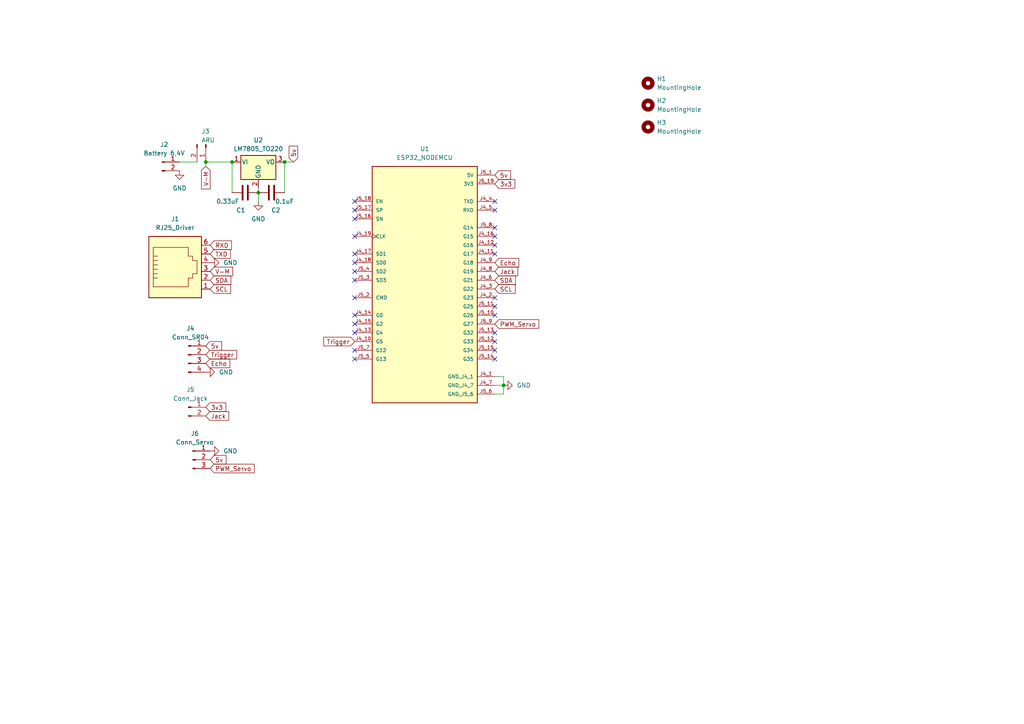
<source format=kicad_sch>
(kicad_sch (version 20230121) (generator eeschema)
  (paper "A4")
  (lib_symbols
    (symbol "Connector:Conn_01x02_Pin" (pin_names (offset 1.016) hide)
      (property "Reference" "J" (at 0 2.54 0))
      (property "Value" "Conn_01x02_Pin" (at 0 -5.08 0))
      (symbol "Conn_01x02_Pin_1_1"
        (polyline (pts (xy 1.27 -2.54) (xy 0.8636 -2.54)) (stroke (width 0.1524)))
        (polyline (pts (xy 1.27 0) (xy 0.8636 0)) (stroke (width 0.1524)))
        (rectangle (start 0.8636 -2.413) (end 0 -2.667) (stroke (width 0.1524)) (fill (type outline)))
        (rectangle (start 0.8636 0.127) (end 0 -0.127) (stroke (width 0.1524)) (fill (type outline)))
        (pin passive line (at 5.08 0 180) (length 3.81) (name "Pin_1") (number "1"))
        (pin passive line (at 5.08 -2.54 180) (length 3.81) (name "Pin_2") (number "2"))
      )
    )
    (symbol "Connector:Conn_01x03_Pin" (pin_names (offset 1.016) hide)
      (property "Reference" "J" (at 0 5.08 0))
      (property "Value" "Conn_01x03_Pin" (at 0 -5.08 0))
      (symbol "Conn_01x03_Pin_1_1"
        (polyline (pts (xy 1.27 -2.54) (xy 0.8636 -2.54)) (stroke (width 0.1524)))
        (polyline (pts (xy 1.27 0) (xy 0.8636 0)) (stroke (width 0.1524)))
        (polyline (pts (xy 1.27 2.54) (xy 0.8636 2.54)) (stroke (width 0.1524)))
        (rectangle (start 0.8636 -2.413) (end 0 -2.667) (stroke (width 0.1524)) (fill (type outline)))
        (rectangle (start 0.8636 0.127) (end 0 -0.127) (stroke (width 0.1524)) (fill (type outline)))
        (rectangle (start 0.8636 2.667) (end 0 2.413) (stroke (width 0.1524)) (fill (type outline)))
        (pin passive line (at 5.08 2.54 180) (length 3.81) (name "Pin_1") (number "1"))
        (pin passive line (at 5.08 0 180) (length 3.81) (name "Pin_2") (number "2"))
        (pin passive line (at 5.08 -2.54 180) (length 3.81) (name "Pin_3") (number "3"))
      )
    )
    (symbol "Connector:Conn_01x04_Pin" (pin_names (offset 1.016) hide)
      (property "Reference" "J" (at 0 5.08 0))
      (property "Value" "Conn_01x04_Pin" (at 0 -7.62 0))
      (symbol "Conn_01x04_Pin_1_1"
        (polyline (pts (xy 1.27 -5.08) (xy 0.8636 -5.08)) (stroke (width 0.1524)))
        (polyline (pts (xy 1.27 -2.54) (xy 0.8636 -2.54)) (stroke (width 0.1524)))
        (polyline (pts (xy 1.27 0) (xy 0.8636 0)) (stroke (width 0.1524)))
        (polyline (pts (xy 1.27 2.54) (xy 0.8636 2.54)) (stroke (width 0.1524)))
        (rectangle (start 0.8636 -4.953) (end 0 -5.207) (stroke (width 0.1524)) (fill (type outline)))
        (rectangle (start 0.8636 -2.413) (end 0 -2.667) (stroke (width 0.1524)) (fill (type outline)))
        (rectangle (start 0.8636 0.127) (end 0 -0.127) (stroke (width 0.1524)) (fill (type outline)))
        (rectangle (start 0.8636 2.667) (end 0 2.413) (stroke (width 0.1524)) (fill (type outline)))
        (pin passive line (at 5.08 2.54 180) (length 3.81) (name "Pin_1") (number "1"))
        (pin passive line (at 5.08 0 180) (length 3.81) (name "Pin_2") (number "2"))
        (pin passive line (at 5.08 -2.54 180) (length 3.81) (name "Pin_3") (number "3"))
        (pin passive line (at 5.08 -5.08 180) (length 3.81) (name "Pin_4") (number "4"))
      )
    )
    (symbol "Connector:RJ25" (pin_names (offset 1.016))
      (property "Reference" "J" (at -5.08 11.43 0))
      (property "Value" "RJ25" (at 2.54 11.43 0))
      (symbol "RJ25_0_1"
        (polyline (pts (xy -6.35 -1.905) (xy -5.08 -1.905) (xy -5.08 -1.905)))
        (polyline (pts (xy -6.35 -0.635) (xy -5.08 -0.635) (xy -5.08 -0.635)))
        (polyline (pts (xy -6.35 0.635) (xy -5.08 0.635) (xy -5.08 0.635)))
        (polyline (pts (xy -6.35 1.905) (xy -5.08 1.905) (xy -5.08 1.905)))
        (polyline (pts (xy -6.35 3.175) (xy -5.08 3.175) (xy -5.08 3.175)))
        (polyline (pts (xy -5.08 4.445) (xy -6.35 4.445) (xy -6.35 4.445)))
        (polyline (pts (xy -6.35 -4.445) (xy -6.35 6.985) (xy 3.81 6.985) (xy 3.81 4.445) (xy 5.08 4.445) (xy 5.08 3.175) (xy 6.35 3.175) (xy 6.35 -0.635) (xy 5.08 -0.635) (xy 5.08 -1.905) (xy 3.81 -1.905) (xy 3.81 -4.445) (xy -6.35 -4.445) (xy -6.35 -4.445)))
        (rectangle (start 7.62 10.16) (end -7.62 -7.62) (stroke (width 0.254)) (fill (type background)))
      )
      (symbol "RJ25_1_1"
        (pin passive line (at 10.16 -5.08 180) (length 2.54) (name "~") (number "1"))
        (pin passive line (at 10.16 -2.54 180) (length 2.54) (name "~") (number "2"))
        (pin passive line (at 10.16 0 180) (length 2.54) (name "~") (number "3"))
        (pin passive line (at 10.16 2.54 180) (length 2.54) (name "~") (number "4"))
        (pin passive line (at 10.16 5.08 180) (length 2.54) (name "~") (number "5"))
        (pin passive line (at 10.16 7.62 180) (length 2.54) (name "~") (number "6"))
      )
    )
    (symbol "Device:C" (pin_numbers hide) (pin_names (offset 0.254))
      (property "Reference" "C" (at 0.635 2.54 0))
      (property "Value" "C" (at 0.635 -2.54 0))
      (symbol "C_0_1"
        (polyline (pts (xy -2.032 -0.762) (xy 2.032 -0.762)) (stroke (width 0.508)))
        (polyline (pts (xy -2.032 0.762) (xy 2.032 0.762)) (stroke (width 0.508)))
      )
      (symbol "C_1_1"
        (pin passive line (at 0 3.81 270) (length 2.794) (name "~") (number "1"))
        (pin passive line (at 0 -3.81 90) (length 2.794) (name "~") (number "2"))
      )
    )
    (symbol "Mechanical:MountingHole" (pin_names (offset 1.016))
      (property "Reference" "H" (at 0 5.08 0))
      (property "Value" "MountingHole" (at 0 3.175 0))
      (symbol "MountingHole_0_1"
        (circle (center 0 0) (radius 1.27) (stroke (width 1.27)))
      )
    )
    (symbol "Regulator_Linear:LM7805_TO220" (pin_names (offset 0.254))
      (property "Reference" "U" (at -3.81 3.175 0))
      (property "Value" "LM7805_TO220" (at 0 3.175 0))
      (symbol "LM7805_TO220_0_1"
        (rectangle (start -5.08 1.905) (end 5.08 -5.08) (stroke (width 0.254)) (fill (type background)))
      )
      (symbol "LM7805_TO220_1_1"
        (pin power_in line (at -7.62 0 0) (length 2.54) (name "VI") (number "1"))
        (pin power_in line (at 0 -7.62 90) (length 2.54) (name "GND") (number "2"))
        (pin power_out line (at 7.62 0 180) (length 2.54) (name "VO") (number "3"))
      )
    )
    (symbol "Symboles carte pami:ESP32_NODEMCU" (pin_names (offset 1.016))
      (property "Reference" "U" (at -15.24 36.322 0))
      (property "Value" "ESP32_NODEMCU" (at -15.24 -35.56 0))
      (symbol "ESP32_NODEMCU_0_0"
        (rectangle (start -15.24 -33.02) (end 15.24 35.56) (stroke (width 0.254)) (fill (type background)))
        (pin power_in line (at 20.32 -25.4 180) (length 5.08) (name "GND_J4_1") (number "J4_1"))
        (pin bidirectional line (at -20.32 -15.24 0) (length 5.08) (name "G5") (number "J4_10"))
        (pin bidirectional line (at 20.32 10.16 180) (length 5.08) (name "G17") (number "J4_11"))
        (pin bidirectional line (at 20.32 12.7 180) (length 5.08) (name "G16") (number "J4_12"))
        (pin bidirectional line (at -20.32 -12.7 0) (length 5.08) (name "G4") (number "J4_13"))
        (pin bidirectional line (at -20.32 -7.62 0) (length 5.08) (name "G0") (number "J4_14"))
        (pin bidirectional line (at -20.32 -10.16 0) (length 5.08) (name "G2") (number "J4_15"))
        (pin bidirectional line (at 20.32 15.24 180) (length 5.08) (name "G15") (number "J4_16"))
        (pin bidirectional line (at -20.32 10.16 0) (length 5.08) (name "SD1") (number "J4_17"))
        (pin bidirectional line (at -20.32 7.62 0) (length 5.08) (name "SD0") (number "J4_18"))
        (pin input clock (at -20.32 15.24 0) (length 5.08) (name "CLK") (number "J4_19"))
        (pin bidirectional line (at 20.32 -2.54 180) (length 5.08) (name "G23") (number "J4_2"))
        (pin bidirectional line (at 20.32 0 180) (length 5.08) (name "G22") (number "J4_3"))
        (pin output line (at 20.32 25.4 180) (length 5.08) (name "TXD") (number "J4_4"))
        (pin input line (at 20.32 22.86 180) (length 5.08) (name "RXD") (number "J4_5"))
        (pin bidirectional line (at 20.32 2.54 180) (length 5.08) (name "G21") (number "J4_6"))
        (pin power_in line (at 20.32 -27.94 180) (length 5.08) (name "GND_J4_7") (number "J4_7"))
        (pin bidirectional line (at 20.32 5.08 180) (length 5.08) (name "G19") (number "J4_8"))
        (pin bidirectional line (at 20.32 7.62 180) (length 5.08) (name "G18") (number "J4_9"))
        (pin power_in line (at 20.32 33.02 180) (length 5.08) (name "5V") (number "J5_1"))
        (pin bidirectional line (at 20.32 -7.62 180) (length 5.08) (name "G26") (number "J5_10"))
        (pin bidirectional line (at 20.32 -5.08 180) (length 5.08) (name "G25") (number "J5_11"))
        (pin bidirectional line (at 20.32 -15.24 180) (length 5.08) (name "G33") (number "J5_12"))
        (pin bidirectional line (at 20.32 -12.7 180) (length 5.08) (name "G32") (number "J5_13"))
        (pin bidirectional line (at 20.32 -20.32 180) (length 5.08) (name "G35") (number "J5_14"))
        (pin bidirectional line (at 20.32 -17.78 180) (length 5.08) (name "G34") (number "J5_15"))
        (pin input line (at -20.32 20.32 0) (length 5.08) (name "SN") (number "J5_16"))
        (pin input line (at -20.32 22.86 0) (length 5.08) (name "SP") (number "J5_17"))
        (pin input line (at -20.32 25.4 0) (length 5.08) (name "EN") (number "J5_18"))
        (pin power_in line (at 20.32 30.48 180) (length 5.08) (name "3V3") (number "J5_19"))
        (pin bidirectional line (at -20.32 -2.54 0) (length 5.08) (name "CMD") (number "J5_2"))
        (pin bidirectional line (at -20.32 2.54 0) (length 5.08) (name "SD3") (number "J5_3"))
        (pin bidirectional line (at -20.32 5.08 0) (length 5.08) (name "SD2") (number "J5_4"))
        (pin bidirectional line (at -20.32 -20.32 0) (length 5.08) (name "G13") (number "J5_5"))
        (pin power_in line (at 20.32 -30.48 180) (length 5.08) (name "GND_J5_6") (number "J5_6"))
        (pin bidirectional line (at -20.32 -17.78 0) (length 5.08) (name "G12") (number "J5_7"))
        (pin bidirectional line (at 20.32 17.78 180) (length 5.08) (name "G14") (number "J5_8"))
        (pin bidirectional line (at 20.32 -10.16 180) (length 5.08) (name "G27") (number "J5_9"))
      )
    )
    (symbol "power:GND" (power) (pin_names (offset 0))
      (property "Value" "GND" (at 0 -3.81 0))
      (symbol "GND_0_1"
        (polyline (pts (xy 0 0) (xy 0 -1.27) (xy 1.27 -1.27) (xy 0 -2.54) (xy -1.27 -1.27) (xy 0 -1.27)))
      )
      (symbol "GND_1_1"
        (pin power_in line (at 0 0 270) (length 0) hide (name "GND") (number "1"))
      )
    )
  )
  (junction (at 146.05 111.76))
  (junction (at 82.55 46.99))
  (junction (at 67.31 46.99))
  (junction (at 74.93 55.88))
  (junction (at 59.69 46.99))
  (no_connect (at 143.51 58.42))
  (no_connect (at 143.51 88.9))
  (no_connect (at 102.87 73.66))
  (no_connect (at 102.87 63.5))
  (no_connect (at 143.51 68.58))
  (no_connect (at 102.87 96.52))
  (no_connect (at 102.87 76.2))
  (no_connect (at 143.51 91.44))
  (no_connect (at 143.51 101.6))
  (no_connect (at 102.87 86.36))
  (no_connect (at 143.51 73.66))
  (no_connect (at 102.87 68.58))
  (no_connect (at 143.51 99.06))
  (no_connect (at 102.87 58.42))
  (no_connect (at 143.51 104.14))
  (no_connect (at 143.51 66.04))
  (no_connect (at 102.87 101.6))
  (no_connect (at 143.51 60.96))
  (no_connect (at 143.51 71.12))
  (no_connect (at 143.51 86.36))
  (no_connect (at 102.87 60.96))
  (no_connect (at 143.51 96.52))
  (no_connect (at 102.87 78.74))
  (no_connect (at 102.87 93.98))
  (no_connect (at 102.87 104.14))
  (no_connect (at 102.87 91.44))
  (no_connect (at 102.87 81.28))
  (wire (pts (xy 52.07 46.99) (xy 57.15 46.99)))
  (wire (pts (xy 82.55 46.99) (xy 82.55 55.88)))
  (wire (pts (xy 146.05 114.3) (xy 146.05 111.76)))
  (wire (pts (xy 59.69 46.99) (xy 67.31 46.99)))
  (wire (pts (xy 59.69 48.26) (xy 59.69 46.99)))
  (wire (pts (xy 74.93 54.61) (xy 74.93 55.88)))
  (wire (pts (xy 143.51 111.76) (xy 146.05 111.76)))
  (wire (pts (xy 82.55 46.99) (xy 85.09 46.99)))
  (wire (pts (xy 143.51 114.3) (xy 146.05 114.3)))
  (wire (pts (xy 146.05 109.22) (xy 146.05 111.76)))
  (wire (pts (xy 74.93 55.88) (xy 74.93 58.42)))
  (wire (pts (xy 67.31 46.99) (xy 67.31 55.88)))
  (wire (pts (xy 143.51 109.22) (xy 146.05 109.22)))
  (global_label "V-M" (shape input) (at 60.96 78.74 0) (property "Intersheetrefs" "${INTERSHEET_REFS}" (effects hide)))
  (global_label "Echo" (shape input) (at 143.51 76.2 0) (property "Intersheetrefs" "${INTERSHEET_REFS}" (effects hide)))
  (global_label "Jack" (shape input) (at 59.69 120.65 0) (property "Intersheetrefs" "${INTERSHEET_REFS}" (effects hide)))
  (global_label "SCL" (shape input) (at 143.51 83.82 0) (property "Intersheetrefs" "${INTERSHEET_REFS}" (effects hide)))
  (global_label "Jack" (shape input) (at 143.51 78.74 0) (property "Intersheetrefs" "${INTERSHEET_REFS}" (effects hide)))
  (global_label "TXD" (shape input) (at 60.96 73.66 0) (property "Intersheetrefs" "${INTERSHEET_REFS}" (effects hide)))
  (global_label "5v" (shape input) (at 60.96 133.35 0) (property "Intersheetrefs" "${INTERSHEET_REFS}" (effects hide)))
  (global_label "V-M" (shape input) (at 59.69 48.26 270) (property "Intersheetrefs" "${INTERSHEET_REFS}" (effects hide)))
  (global_label "Trigger" (shape input) (at 59.69 102.87 0) (property "Intersheetrefs" "${INTERSHEET_REFS}" (effects hide)))
  (global_label "3v3" (shape input) (at 143.51 53.34 0) (property "Intersheetrefs" "${INTERSHEET_REFS}" (effects hide)))
  (global_label "5v" (shape input) (at 59.69 100.33 0) (property "Intersheetrefs" "${INTERSHEET_REFS}" (effects hide)))
  (global_label "3v3" (shape input) (at 59.69 118.11 0) (property "Intersheetrefs" "${INTERSHEET_REFS}" (effects hide)))
  (global_label "SCL" (shape input) (at 60.96 83.82 0) (property "Intersheetrefs" "${INTERSHEET_REFS}" (effects hide)))
  (global_label "SDA" (shape input) (at 143.51 81.28 0) (property "Intersheetrefs" "${INTERSHEET_REFS}" (effects hide)))
  (global_label "5v" (shape input) (at 143.51 50.8 0) (property "Intersheetrefs" "${INTERSHEET_REFS}" (effects hide)))
  (global_label "PWM_Servo" (shape input) (at 60.96 135.89 0) (property "Intersheetrefs" "${INTERSHEET_REFS}" (effects hide)))
  (global_label "PWM_Servo" (shape input) (at 143.51 93.98 0) (property "Intersheetrefs" "${INTERSHEET_REFS}" (effects hide)))
  (global_label "5v" (shape input) (at 85.09 46.99 90) (property "Intersheetrefs" "${INTERSHEET_REFS}" (effects hide)))
  (global_label "Echo" (shape input) (at 59.69 105.41 0) (property "Intersheetrefs" "${INTERSHEET_REFS}" (effects hide)))
  (global_label "Trigger" (shape input) (at 102.87 99.06 180) (property "Intersheetrefs" "${INTERSHEET_REFS}" (effects hide)))
  (global_label "RXD" (shape input) (at 60.96 71.12 0) (property "Intersheetrefs" "${INTERSHEET_REFS}" (effects hide)))
  (global_label "SDA" (shape input) (at 60.96 81.28 0) (property "Intersheetrefs" "${INTERSHEET_REFS}" (effects hide)))
  (symbol (lib_id "power:GND") (at 74.93 58.42 0) (unit 1)
    (property "Reference" "#PWR01" (effects hide))
    (property "Value" "GND" (at 74.93 63.5 0))
  )
  (symbol (lib_id "power:GND") (at 146.05 111.76 90) (unit 1)
    (property "Reference" "#PWR02" (effects hide))
    (property "Value" "GND" (at 149.86 111.76 90) (effects (justify right)))
  )
  (symbol (lib_id "power:GND") (at 59.69 107.95 90) (unit 1)
    (property "Reference" "#PWR05" (effects hide))
    (property "Value" "GND" (at 63.5 107.95 90) (effects (justify right)))
  )
  (symbol (lib_id "Connector:Conn_01x02_Pin") (at 54.61 118.11 0) (unit 1)
    (property "Reference" "J5" (at 55.245 113.03 0))
    (property "Value" "Conn_Jack" (at 55.245 115.57 0))
    (property "Footprint" "Connector_JST:JST_PH_B2B-PH-K_1x02_P2.00mm_Vertical" (effects hide))
  )
  (symbol (lib_id "Device:C") (at 78.74 55.88 90) (unit 1)
    (property "Reference" "C2" (at 80.01 60.96 90))
    (property "Value" "0.1uF" (at 82.55 58.42 90))
    (property "Footprint" "Capacitor_THT:C_Disc_D10.5mm_W5.0mm_P5.00mm" (effects hide))
  )
  (symbol (lib_id "power:GND") (at 60.96 76.2 90) (unit 1)
    (property "Reference" "#PWR07" (effects hide))
    (property "Value" "GND" (at 64.77 76.2 90) (effects (justify right)))
  )
  (symbol (lib_id "Device:C") (at 71.12 55.88 90) (unit 1)
    (property "Reference" "C1" (at 69.85 60.96 90))
    (property "Value" "0.33uF" (at 66.04 58.42 90))
    (property "Footprint" "Capacitor_THT:C_Disc_D10.5mm_W5.0mm_P5.00mm" (effects hide))
  )
  (symbol (lib_id "Connector:Conn_01x04_Pin") (at 54.61 102.87 0) (unit 1)
    (property "Reference" "J4" (at 55.245 95.25 0))
    (property "Value" "Conn_SR04" (at 55.245 97.79 0))
    (property "Footprint" "Connector_JST:JST_PH_B4B-PH-K_1x04_P2.00mm_Vertical" (effects hide))
  )
  (symbol (lib_id "Connector:Conn_01x02_Pin") (at 59.69 41.91 270) (unit 1)
    (property "Reference" "J3" (at 58.42 38.1 90) (effects (justify left)))
    (property "Value" "ARU" (at 58.42 40.64 90) (effects (justify left)))
    (property "Footprint" "Connector_JST:JST_XH_B2B-XH-A_1x02_P2.50mm_Vertical" (effects hide))
  )
  (symbol (lib_id "Connector:Conn_01x02_Pin") (at 46.99 46.99 0) (unit 1)
    (property "Reference" "J2" (at 47.625 41.91 0))
    (property "Value" "Battery 6,4V" (at 47.625 44.45 0))
    (property "Footprint" "Connector_JST:JST_XH_B2B-XH-A_1x02_P2.50mm_Vertical" (effects hide))
  )
  (symbol (lib_id "power:GND") (at 52.07 49.53 0) (unit 1)
    (property "Reference" "#PWR03" (effects hide))
    (property "Value" "GND" (at 52.07 54.61 0))
  )
  (symbol (lib_id "Mechanical:MountingHole") (at 187.96 30.48 0) (unit 1)
    (property "Reference" "H2" (at 190.5 29.21 0) (effects (justify left)))
    (property "Value" "MountingHole" (at 190.5 31.75 0) (effects (justify left)))
    (property "Footprint" "MountingHole:MountingHole_3.2mm_M3" (effects hide))
  )
  (symbol (lib_id "Mechanical:MountingHole") (at 187.96 36.83 0) (unit 1)
    (property "Reference" "H3" (at 190.5 35.56 0) (effects (justify left)))
    (property "Value" "MountingHole" (at 190.5 38.1 0) (effects (justify left)))
    (property "Footprint" "MountingHole:MountingHole_3.2mm_M3" (effects hide))
  )
  (symbol (lib_id "Mechanical:MountingHole") (at 187.96 24.13 0) (unit 1)
    (property "Reference" "H1" (at 190.5 22.86 0) (effects (justify left)))
    (property "Value" "MountingHole" (at 190.5 25.4 0) (effects (justify left)))
    (property "Footprint" "MountingHole:MountingHole_3.2mm_M3" (effects hide))
  )
  (symbol (lib_id "power:GND") (at 60.96 130.81 90) (unit 1)
    (property "Reference" "#PWR06" (effects hide))
    (property "Value" "GND" (at 64.77 130.81 90) (effects (justify right)))
  )
  (symbol (lib_id "Connector:RJ25") (at 50.8 78.74 0) (unit 1)
    (property "Reference" "J1" (at 50.8 63.5 0))
    (property "Value" "RJ25_Driver" (at 50.8 66.04 0))
    (property "Footprint" "Carte PAMI:Rj25" (effects hide))
  )
  (symbol (lib_id "Regulator_Linear:LM7805_TO220") (at 74.93 46.99 0) (unit 1)
    (property "Reference" "U2" (at 74.93 40.64 0))
    (property "Value" "LM7805_TO220" (at 74.93 43.18 0))
    (property "Footprint" "Package_TO_SOT_THT:TO-220-3_Vertical" (effects hide))
    (property "Datasheet" "https://www.onsemi.cn/PowerSolutions/document/MC7800-D.PDF" (effects hide))
  )
  (symbol (lib_id "Connector:Conn_01x03_Pin") (at 55.88 133.35 0) (unit 1)
    (property "Reference" "J6" (at 56.515 125.73 0))
    (property "Value" "Conn_Servo" (at 56.515 128.27 0))
    (property "Footprint" "Connector_JST:JST_PH_B3B-PH-K_1x03_P2.00mm_Vertical" (effects hide))
  )
  (symbol (lib_id "Symboles carte pami:ESP32_NODEMCU") (at 123.19 83.82 0) (unit 1)
    (property "Reference" "U1" (at 123.19 43.18 0))
    (property "Value" "ESP32_NODEMCU" (at 123.19 45.72 0))
    (property "Footprint" "Carte PAMI:MODULE_ESP32_NODEMCU" (effects hide))
    (property "MF" "AZ Delivery" (effects hide))
    (property "MAXIMUM_PACKAGE_HEIGHT" "6.6 mm" (effects hide))
    (property "Package" "Package" (effects hide))
    (property "Price" "None" (effects hide))
    (property "STANDARD" "Manufacturer Recommendations" (effects hide))
    (property "MP" "ESP32 NODEMCU" (effects hide))
    (property "Description" "\nNodeMCU is an open source loT platform. ESP32 is a series of low cost, low power\nsystem-on-chip (SoC) microcontrollers with integrated Wi-Fi & dual-mode Bluetooth.\n" (effects hide))
    (property "Availability" "Not in stock" (effects hide))
    (property "MANUFACTURER" "Espressif Systems" (effects hide))
  )
)
</source>
